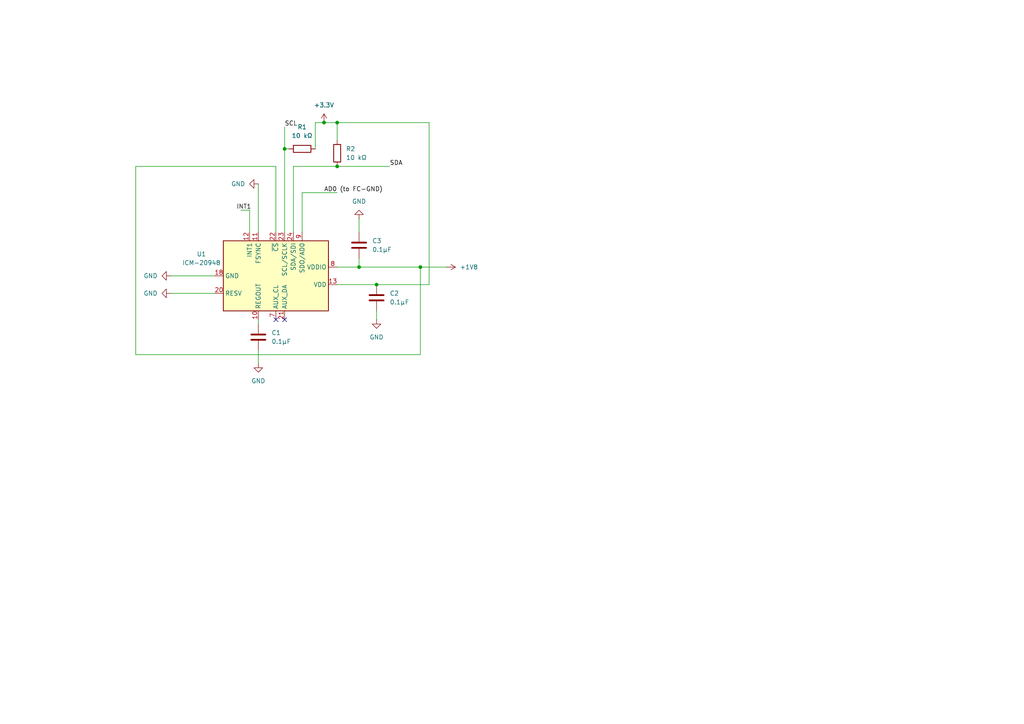
<source format=kicad_sch>
(kicad_sch (version 20231120) (generator "eeschema") (generator_version "8.0")
  (paper "A4")
  (lib_symbols
    (symbol "Device:C" (pin_numbers hide) (pin_names (offset 0.254))
      (property "Reference" "C" (at 0.635 2.54 0))
      (property "Value" "C" (at 0.635 -2.54 0))
      (symbol "C_0_1"
        (polyline (pts (xy -2.032 -0.762) (xy 2.032 -0.762)) (stroke (width 0.508)))
        (polyline (pts (xy -2.032 0.762) (xy 2.032 0.762)) (stroke (width 0.508)))
      )
      (symbol "C_1_1"
        (pin passive line (at 0 3.81 270) (length 2.794) (name "~") (number "1"))
        (pin passive line (at 0 -3.81 90) (length 2.794) (name "~") (number "2"))
      )
    )
    (symbol "Device:R" (pin_numbers hide) (pin_names (offset 0))
      (property "Reference" "R" (at 2.032 0 90))
      (property "Value" "R" (at 0 0 90))
      (symbol "R_0_1"
        (rectangle (start -1.016 -2.54) (end 1.016 2.54) (stroke (width 0.254)))
      )
      (symbol "R_1_1"
        (pin passive line (at 0 3.81 270) (length 1.27) (name "~") (number "1"))
        (pin passive line (at 0 -3.81 90) (length 1.27) (name "~") (number "2"))
      )
    )
    (symbol "Sensor_Motion:ICM-20948"
      (property "Reference" "U1" (at -6.3186 -21.59 90))
      (property "Value" "ICM-20948" (at -3.7786 -21.59 90))
      (symbol "ICM-20948_0_1"
        (rectangle (start -10.16 15.24) (end 10.16 -15.24) (stroke (width 0.254)) (fill (type background)))
      )
      (symbol "ICM-20948_1_1"
        (pin no_connect line (at -10.16 12.7 0) (length 2.54) hide (name "NC") (number "1"))
        (pin passive line (at 12.7 -5.08 180) (length 2.54) (name "REGOUT") (number "10"))
        (pin input line (at -12.7 -5.08 0) (length 2.54) (name "FSYNC") (number "11"))
        (pin output line (at -12.7 -7.62 0) (length 2.54) (name "INT1") (number "12"))
        (pin power_in line (at 2.54 17.78 270) (length 2.54) (name "VDD") (number "13"))
        (pin no_connect line (at 10.16 7.62 180) (length 2.54) hide (name "NC") (number "14"))
        (pin no_connect line (at 10.16 5.08 180) (length 2.54) hide (name "NC") (number "15"))
        (pin no_connect line (at 10.16 -7.62 180) (length 2.54) hide (name "NC") (number "16"))
        (pin no_connect line (at 10.16 -10.16 180) (length 2.54) hide (name "NC") (number "17"))
        (pin power_in line (at 0 -17.78 90) (length 2.54) (name "GND") (number "18"))
        (pin no_connect line (at 10.16 -12.7 180) (length 2.54) hide (name "RESV") (number "19"))
        (pin no_connect line (at -10.16 10.16 0) (length 2.54) hide (name "NC") (number "2"))
        (pin passive line (at 0 -17.78 90) (length 2.54) hide (name "GND") (number "20"))
        (pin output line (at 5.08 -17.78 90) (length 2.54) (name "RESV") (number "20"))
        (pin bidirectional line (at 12.7 2.54 180) (length 2.54) (name "AUX_DA") (number "21"))
        (pin input line (at -12.7 0 0) (length 2.54) (name "~{CS}") (number "22"))
        (pin input line (at -12.7 2.54 0) (length 2.54) (name "SCL/SCLK") (number "23"))
        (pin bidirectional line (at -12.7 5.08 0) (length 2.54) (name "SDA/SDI") (number "24"))
        (pin no_connect line (at -10.16 -2.54 0) (length 2.54) hide (name "NC") (number "3"))
        (pin no_connect line (at -10.16 -10.16 0) (length 2.54) hide (name "NC") (number "4"))
        (pin no_connect line (at -10.16 -12.7 0) (length 2.54) hide (name "NC") (number "5"))
        (pin no_connect line (at 10.16 10.16 180) (length 2.54) hide (name "NC") (number "6"))
        (pin output line (at 12.7 0 180) (length 2.54) (name "AUX_CL") (number "7"))
        (pin power_in line (at -2.54 17.78 270) (length 2.54) (name "VDDIO") (number "8"))
        (pin bidirectional line (at -12.7 7.62 0) (length 2.54) (name "SDO/AD0") (number "9"))
      )
    )
    (symbol "power:+1V8" (power) (pin_numbers hide) (pin_names (offset 0) hide)
      (property "Value" "+1V8" (at 0 3.556 0))
      (symbol "+1V8_0_1"
        (polyline (pts (xy -0.762 1.27) (xy 0 2.54)))
        (polyline (pts (xy 0 0) (xy 0 2.54)))
        (polyline (pts (xy 0 2.54) (xy 0.762 1.27)))
      )
      (symbol "+1V8_1_1"
        (pin power_in line (at 0 0 90) (length 0) (name "~") (number "1"))
      )
    )
    (symbol "power:+3.3V" (power) (pin_numbers hide) (pin_names (offset 0) hide)
      (property "Value" "+3.3V" (at 0 3.556 0))
      (symbol "+3.3V_0_1"
        (polyline (pts (xy -0.762 1.27) (xy 0 2.54)))
        (polyline (pts (xy 0 0) (xy 0 2.54)))
        (polyline (pts (xy 0 2.54) (xy 0.762 1.27)))
      )
      (symbol "+3.3V_1_1"
        (pin power_in line (at 0 0 90) (length 0) (name "~") (number "1"))
      )
    )
    (symbol "power:GND" (power) (pin_numbers hide) (pin_names (offset 0) hide)
      (property "Value" "GND" (at 0 -3.81 0))
      (symbol "GND_0_1"
        (polyline (pts (xy 0 0) (xy 0 -1.27) (xy 1.27 -1.27) (xy 0 -2.54) (xy -1.27 -1.27) (xy 0 -1.27)))
      )
      (symbol "GND_1_1"
        (pin power_in line (at 0 0 270) (length 0) (name "~") (number "1"))
      )
    )
  )
  (junction (at 82.55 43.18))
  (junction (at 121.92 77.47))
  (junction (at 97.79 48.26))
  (junction (at 97.79 35.56))
  (junction (at 93.98 35.56))
  (junction (at 109.22 82.55))
  (junction (at 104.14 77.47))
  (no_connect (at 80.01 92.71))
  (no_connect (at 82.55 92.71))
  (wire (pts (xy 93.98 35.56) (xy 97.79 35.56)))
  (wire (pts (xy 74.93 92.71) (xy 74.93 93.98)))
  (wire (pts (xy 121.92 77.47) (xy 121.92 102.87)))
  (wire (pts (xy 85.09 48.26) (xy 97.79 48.26)))
  (wire (pts (xy 39.37 48.26) (xy 80.01 48.26)))
  (wire (pts (xy 97.79 48.26) (xy 113.03 48.26)))
  (wire (pts (xy 109.22 82.55) (xy 124.46 82.55)))
  (wire (pts (xy 97.79 77.47) (xy 104.14 77.47)))
  (wire (pts (xy 80.01 48.26) (xy 80.01 67.31)))
  (wire (pts (xy 104.14 77.47) (xy 121.92 77.47)))
  (wire (pts (xy 97.79 82.55) (xy 109.22 82.55)))
  (wire (pts (xy 69.85 60.96) (xy 72.39 60.96)))
  (wire (pts (xy 121.92 102.87) (xy 39.37 102.87)))
  (wire (pts (xy 83.82 43.18) (xy 82.55 43.18)))
  (wire (pts (xy 85.09 48.26) (xy 85.09 67.31)))
  (wire (pts (xy 74.93 53.34) (xy 74.93 67.31)))
  (wire (pts (xy 82.55 36.83) (xy 82.55 43.18)))
  (wire (pts (xy 87.63 67.31) (xy 87.63 55.88)))
  (wire (pts (xy 104.14 77.47) (xy 104.14 74.93)))
  (wire (pts (xy 87.63 55.88) (xy 97.79 55.88)))
  (wire (pts (xy 124.46 35.56) (xy 124.46 82.55)))
  (wire (pts (xy 39.37 102.87) (xy 39.37 48.26)))
  (wire (pts (xy 49.53 80.01) (xy 62.23 80.01)))
  (wire (pts (xy 97.79 40.64) (xy 97.79 35.56)))
  (wire (pts (xy 104.14 63.5) (xy 104.14 67.31)))
  (wire (pts (xy 109.22 90.17) (xy 109.22 92.71)))
  (wire (pts (xy 74.93 101.6) (xy 74.93 105.41)))
  (wire (pts (xy 121.92 77.47) (xy 129.54 77.47)))
  (wire (pts (xy 49.53 85.09) (xy 62.23 85.09)))
  (wire (pts (xy 91.44 35.56) (xy 91.44 43.18)))
  (wire (pts (xy 91.44 35.56) (xy 93.98 35.56)))
  (wire (pts (xy 82.55 43.18) (xy 82.55 67.31)))
  (wire (pts (xy 72.39 60.96) (xy 72.39 67.31)))
  (wire (pts (xy 97.79 35.56) (xy 124.46 35.56)))
  (label "SCL" (at 82.55 36.83 0))
  (label "SDA" (at 113.03 48.26 0))
  (label "AD0 (to FC-GND)" (at 93.98 55.88 0))
  (label "INT1" (at 68.58 60.96 0))
  (symbol (lib_id "Device:R") (at 97.79 44.45 180) (unit 1)
    (property "Reference" "R2" (at 100.33 43.1799 0) (effects (justify right)))
    (property "Value" "10 kΩ" (at 100.33 45.7199 0) (effects (justify right)))
    (property "Description" "Resistor" (effects (hide yes)))
  )
  (symbol (lib_id "power:GND") (at 49.53 80.01 270) (unit 1)
    (property "Reference" "#PWR06" (effects (hide yes)))
    (property "Value" "GND" (at 45.72 80.0099 90) (effects (justify right)))
    (property "Description" "Power symbol creates a global label with name \"GND\" , ground" (effects (hide yes)))
  )
  (symbol (lib_id "Device:C") (at 74.93 97.79 0) (unit 1)
    (property "Reference" "C1" (at 78.74 96.5199 0) (effects (justify left)))
    (property "Value" "0.1µF" (at 78.74 99.0599 0) (effects (justify left)))
    (property "Description" "Unpolarized capacitor" (effects (hide yes)))
  )
  (symbol (lib_id "power:+3.3V") (at 93.98 35.56 0) (unit 1)
    (property "Reference" "#PWR05" (effects (hide yes)))
    (property "Value" "+3.3V" (at 93.98 30.48 0))
    (property "Description" "Power symbol creates a global label with name \"+3.3V\"" (effects (hide yes)))
  )
  (symbol (lib_id "power:+1V8") (at 129.54 77.47 270) (unit 1)
    (property "Reference" "#PWR08" (effects (hide yes)))
    (property "Value" "+1V8" (at 133.35 77.4699 90) (effects (justify left)))
    (property "Description" "Power symbol creates a global label with name \"+1V8\"" (effects (hide yes)))
  )
  (symbol (lib_id "power:GND") (at 109.22 92.71 0) (unit 1)
    (property "Reference" "#PWR04" (effects (hide yes)))
    (property "Value" "GND" (at 109.22 97.79 0))
    (property "Description" "Power symbol creates a global label with name \"GND\" , ground" (effects (hide yes)))
  )
  (symbol (lib_id "Device:C") (at 104.14 71.12 180) (unit 1)
    (property "Reference" "C3" (at 107.95 69.8499 0) (effects (justify right)))
    (property "Value" "0.1µF" (at 107.95 72.3899 0) (effects (justify right)))
    (property "Description" "Unpolarized capacitor" (effects (hide yes)))
  )
  (symbol (lib_id "power:GND") (at 104.14 63.5 180) (unit 1)
    (property "Reference" "#PWR02" (effects (hide yes)))
    (property "Value" "GND" (at 104.14 58.42 0))
    (property "Description" "Power symbol creates a global label with name \"GND\" , ground" (effects (hide yes)))
  )
  (symbol (lib_id "power:GND") (at 49.53 85.09 270) (unit 1)
    (property "Reference" "#PWR03" (effects (hide yes)))
    (property "Value" "GND" (at 45.72 85.0899 90) (effects (justify right)))
    (property "Description" "Power symbol creates a global label with name \"GND\" , ground" (effects (hide yes)))
  )
  (symbol (lib_id "Sensor_Motion:ICM-20948") (at 80.01 80.01 270) (unit 1)
    (property "Reference" "U1" (at 58.42 73.6914 90))
    (property "Value" "ICM-20948" (at 58.42 76.2314 90))
    (property "Footprint" "Sensor_Motion:InvenSense_QFN-24_3x3mm_P0.4mm" (effects (hide yes)))
    (property "Datasheet" "http://www.invensense.com/wp-content/uploads/2016/06/DS-000189-ICM-20948-v1.3.pdf" (effects (hide yes)))
    (property "Description" "InvenSense 9-Axis Motion Sensor, Accelerometer, Gyroscope, Compass, I2C/SPI, QFN-24" (effects (hide yes)))
  )
  (symbol (lib_id "Device:R") (at 87.63 43.18 90) (unit 1)
    (property "Reference" "R1" (at 87.63 36.83 90))
    (property "Value" "10 kΩ" (at 87.63 39.37 90))
    (property "Description" "Resistor" (effects (hide yes)))
  )
  (symbol (lib_id "power:GND") (at 74.93 53.34 270) (unit 1)
    (property "Reference" "#PWR01" (effects (hide yes)))
    (property "Value" "GND" (at 71.12 53.3399 90) (effects (justify right)))
    (property "Description" "Power symbol creates a global label with name \"GND\" , ground" (effects (hide yes)))
  )
  (symbol (lib_id "power:GND") (at 74.93 105.41 0) (unit 1)
    (property "Reference" "#PWR09" (effects (hide yes)))
    (property "Value" "GND" (at 74.93 110.49 0))
    (property "Description" "Power symbol creates a global label with name \"GND\" , ground" (effects (hide yes)))
  )
  (symbol (lib_id "Device:C") (at 109.22 86.36 0) (unit 1)
    (property "Reference" "C2" (at 113.03 85.0899 0) (effects (justify left)))
    (property "Value" "0.1µF" (at 113.03 87.6299 0) (effects (justify left)))
    (property "Description" "Unpolarized capacitor" (effects (hide yes)))
  )
)
</source>
